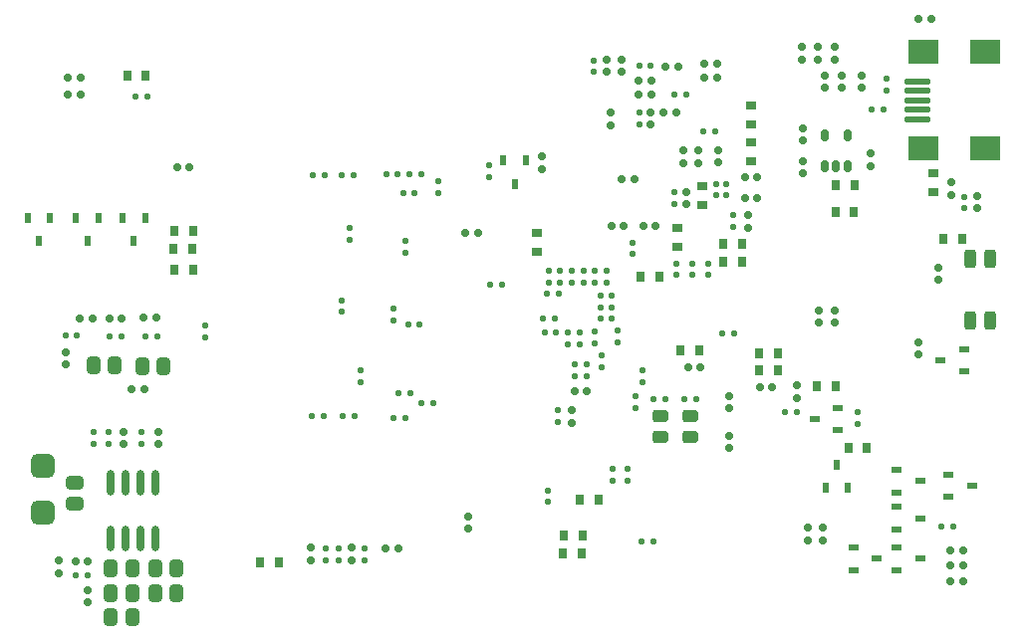
<source format=gbp>
G04 Layer_Color=128*
%FSLAX44Y44*%
%MOMM*%
G71*
G01*
G75*
%ADD11R,0.9000X0.7000*%
%ADD12R,0.7000X0.9000*%
G04:AMPARAMS|DCode=13|XSize=0.5mm|YSize=0.45mm|CornerRadius=0.1125mm|HoleSize=0mm|Usage=FLASHONLY|Rotation=270.000|XOffset=0mm|YOffset=0mm|HoleType=Round|Shape=RoundedRectangle|*
%AMROUNDEDRECTD13*
21,1,0.5000,0.2250,0,0,270.0*
21,1,0.2750,0.4500,0,0,270.0*
1,1,0.2250,-0.1125,-0.1375*
1,1,0.2250,-0.1125,0.1375*
1,1,0.2250,0.1125,0.1375*
1,1,0.2250,0.1125,-0.1375*
%
%ADD13ROUNDEDRECTD13*%
G04:AMPARAMS|DCode=14|XSize=0.6mm|YSize=0.65mm|CornerRadius=0.15mm|HoleSize=0mm|Usage=FLASHONLY|Rotation=180.000|XOffset=0mm|YOffset=0mm|HoleType=Round|Shape=RoundedRectangle|*
%AMROUNDEDRECTD14*
21,1,0.6000,0.3500,0,0,180.0*
21,1,0.3000,0.6500,0,0,180.0*
1,1,0.3000,-0.1500,0.1750*
1,1,0.3000,0.1500,0.1750*
1,1,0.3000,0.1500,-0.1750*
1,1,0.3000,-0.1500,-0.1750*
%
%ADD14ROUNDEDRECTD14*%
G04:AMPARAMS|DCode=15|XSize=0.6mm|YSize=0.65mm|CornerRadius=0.15mm|HoleSize=0mm|Usage=FLASHONLY|Rotation=90.000|XOffset=0mm|YOffset=0mm|HoleType=Round|Shape=RoundedRectangle|*
%AMROUNDEDRECTD15*
21,1,0.6000,0.3500,0,0,90.0*
21,1,0.3000,0.6500,0,0,90.0*
1,1,0.3000,0.1750,0.1500*
1,1,0.3000,0.1750,-0.1500*
1,1,0.3000,-0.1750,-0.1500*
1,1,0.3000,-0.1750,0.1500*
%
%ADD15ROUNDEDRECTD15*%
G04:AMPARAMS|DCode=35|XSize=1.05mm|YSize=0.6mm|CornerRadius=0.15mm|HoleSize=0mm|Usage=FLASHONLY|Rotation=90.000|XOffset=0mm|YOffset=0mm|HoleType=Round|Shape=RoundedRectangle|*
%AMROUNDEDRECTD35*
21,1,1.0500,0.3000,0,0,90.0*
21,1,0.7500,0.6000,0,0,90.0*
1,1,0.3000,0.1500,0.3750*
1,1,0.3000,0.1500,-0.3750*
1,1,0.3000,-0.1500,-0.3750*
1,1,0.3000,-0.1500,0.3750*
%
%ADD35ROUNDEDRECTD35*%
G04:AMPARAMS|DCode=36|XSize=0.5mm|YSize=0.45mm|CornerRadius=0.1125mm|HoleSize=0mm|Usage=FLASHONLY|Rotation=180.000|XOffset=0mm|YOffset=0mm|HoleType=Round|Shape=RoundedRectangle|*
%AMROUNDEDRECTD36*
21,1,0.5000,0.2250,0,0,180.0*
21,1,0.2750,0.4500,0,0,180.0*
1,1,0.2250,-0.1375,0.1125*
1,1,0.2250,0.1375,0.1125*
1,1,0.2250,0.1375,-0.1125*
1,1,0.2250,-0.1375,-0.1125*
%
%ADD36ROUNDEDRECTD36*%
G04:AMPARAMS|DCode=123|XSize=1.15mm|YSize=1.45mm|CornerRadius=0.2875mm|HoleSize=0mm|Usage=FLASHONLY|Rotation=270.000|XOffset=0mm|YOffset=0mm|HoleType=Round|Shape=RoundedRectangle|*
%AMROUNDEDRECTD123*
21,1,1.1500,0.8750,0,0,270.0*
21,1,0.5750,1.4500,0,0,270.0*
1,1,0.5750,-0.4375,-0.2875*
1,1,0.5750,-0.4375,0.2875*
1,1,0.5750,0.4375,0.2875*
1,1,0.5750,0.4375,-0.2875*
%
%ADD123ROUNDEDRECTD123*%
G04:AMPARAMS|DCode=124|XSize=1.3mm|YSize=1.05mm|CornerRadius=0.2625mm|HoleSize=0mm|Usage=FLASHONLY|Rotation=0.000|XOffset=0mm|YOffset=0mm|HoleType=Round|Shape=RoundedRectangle|*
%AMROUNDEDRECTD124*
21,1,1.3000,0.5250,0,0,0.0*
21,1,0.7750,1.0500,0,0,0.0*
1,1,0.5250,0.3875,-0.2625*
1,1,0.5250,-0.3875,-0.2625*
1,1,0.5250,-0.3875,0.2625*
1,1,0.5250,0.3875,0.2625*
%
%ADD124ROUNDEDRECTD124*%
%ADD125R,0.9000X0.6000*%
G04:AMPARAMS|DCode=126|XSize=1.15mm|YSize=1.45mm|CornerRadius=0.2875mm|HoleSize=0mm|Usage=FLASHONLY|Rotation=180.000|XOffset=0mm|YOffset=0mm|HoleType=Round|Shape=RoundedRectangle|*
%AMROUNDEDRECTD126*
21,1,1.1500,0.8750,0,0,180.0*
21,1,0.5750,1.4500,0,0,180.0*
1,1,0.5750,-0.2875,0.4375*
1,1,0.5750,0.2875,0.4375*
1,1,0.5750,0.2875,-0.4375*
1,1,0.5750,-0.2875,-0.4375*
%
%ADD126ROUNDEDRECTD126*%
G04:AMPARAMS|DCode=127|XSize=2mm|YSize=2mm|CornerRadius=0.5mm|HoleSize=0mm|Usage=FLASHONLY|Rotation=180.000|XOffset=0mm|YOffset=0mm|HoleType=Round|Shape=RoundedRectangle|*
%AMROUNDEDRECTD127*
21,1,2.0000,1.0000,0,0,180.0*
21,1,1.0000,2.0000,0,0,180.0*
1,1,1.0000,-0.5000,0.5000*
1,1,1.0000,0.5000,0.5000*
1,1,1.0000,0.5000,-0.5000*
1,1,1.0000,-0.5000,-0.5000*
%
%ADD127ROUNDEDRECTD127*%
%ADD128O,0.6000X2.2000*%
G04:AMPARAMS|DCode=129|XSize=2.25mm|YSize=0.5mm|CornerRadius=0.125mm|HoleSize=0mm|Usage=FLASHONLY|Rotation=180.000|XOffset=0mm|YOffset=0mm|HoleType=Round|Shape=RoundedRectangle|*
%AMROUNDEDRECTD129*
21,1,2.2500,0.2500,0,0,180.0*
21,1,2.0000,0.5000,0,0,180.0*
1,1,0.2500,-1.0000,0.1250*
1,1,0.2500,1.0000,0.1250*
1,1,0.2500,1.0000,-0.1250*
1,1,0.2500,-1.0000,-0.1250*
%
%ADD129ROUNDEDRECTD129*%
%ADD130R,2.5000X2.1000*%
%ADD131R,0.6000X0.9000*%
G04:AMPARAMS|DCode=132|XSize=1.55mm|YSize=1mm|CornerRadius=0.25mm|HoleSize=0mm|Usage=FLASHONLY|Rotation=90.000|XOffset=0mm|YOffset=0mm|HoleType=Round|Shape=RoundedRectangle|*
%AMROUNDEDRECTD132*
21,1,1.5500,0.5000,0,0,90.0*
21,1,1.0500,1.0000,0,0,90.0*
1,1,0.5000,0.2500,0.5250*
1,1,0.5000,0.2500,-0.5250*
1,1,0.5000,-0.2500,-0.5250*
1,1,0.5000,-0.2500,0.5250*
%
%ADD132ROUNDEDRECTD132*%
D11*
X635251Y432751D02*
D03*
Y448752D02*
D03*
X635249Y417249D02*
D03*
Y401248D02*
D03*
X593251Y363751D02*
D03*
Y379752D02*
D03*
X790251Y390752D02*
D03*
Y374751D02*
D03*
X453501Y323751D02*
D03*
Y339752D02*
D03*
X572251Y328001D02*
D03*
Y344002D02*
D03*
D12*
X707001Y380999D02*
D03*
X723002D02*
D03*
X706751Y357999D02*
D03*
X722752D02*
D03*
X475250Y67249D02*
D03*
X491251D02*
D03*
X489250Y113249D02*
D03*
X505251D02*
D03*
X733748Y157251D02*
D03*
X717747D02*
D03*
X707249Y210001D02*
D03*
X691248D02*
D03*
X476250Y82749D02*
D03*
X492251D02*
D03*
X611250Y330874D02*
D03*
X627251D02*
D03*
X145001Y308999D02*
D03*
X161002D02*
D03*
X144001Y326999D02*
D03*
X160002D02*
D03*
X591249Y240001D02*
D03*
X575248D02*
D03*
X145001Y341999D02*
D03*
X161002D02*
D03*
X217751Y59999D02*
D03*
X233752D02*
D03*
X814499Y335001D02*
D03*
X798498D02*
D03*
X104751Y473999D02*
D03*
X120752D02*
D03*
X641751Y237999D02*
D03*
X657752D02*
D03*
X641751Y222999D02*
D03*
X657752D02*
D03*
X611250Y315796D02*
D03*
X627251D02*
D03*
X541083Y303166D02*
D03*
X557084D02*
D03*
D13*
X297000Y389000D02*
D03*
X287000D02*
D03*
X263000D02*
D03*
X273000D02*
D03*
X664000Y188000D02*
D03*
X674000D02*
D03*
X570000Y457500D02*
D03*
X580000D02*
D03*
X540000Y482500D02*
D03*
X550000D02*
D03*
X495499Y228250D02*
D03*
X485499D02*
D03*
Y218250D02*
D03*
X495499D02*
D03*
X413250Y296000D02*
D03*
X423250D02*
D03*
X355000Y390000D02*
D03*
X345000D02*
D03*
X335000D02*
D03*
X325000D02*
D03*
X345499Y204250D02*
D03*
X335499D02*
D03*
X341000Y183000D02*
D03*
X331000D02*
D03*
X365000Y195000D02*
D03*
X355000D02*
D03*
X298000Y184000D02*
D03*
X288000D02*
D03*
X262000D02*
D03*
X272000D02*
D03*
X122000Y456000D02*
D03*
X112000D02*
D03*
X130250Y252000D02*
D03*
X120250D02*
D03*
X90000Y252500D02*
D03*
X100000D02*
D03*
X52250Y253000D02*
D03*
X62250D02*
D03*
X353499Y262250D02*
D03*
X343499D02*
D03*
X61000Y49000D02*
D03*
X71000D02*
D03*
X468250Y267000D02*
D03*
X458250D02*
D03*
X469499Y255250D02*
D03*
X459499D02*
D03*
X507000Y267000D02*
D03*
X517000D02*
D03*
X461996Y288250D02*
D03*
X471996D02*
D03*
X747499Y445250D02*
D03*
X737499D02*
D03*
X594499Y426250D02*
D03*
X604499D02*
D03*
X542000Y78000D02*
D03*
X552000D02*
D03*
X507000Y276750D02*
D03*
X517000D02*
D03*
X507000Y286500D02*
D03*
X517000D02*
D03*
X611000Y255000D02*
D03*
X621000D02*
D03*
X562500Y198750D02*
D03*
X552500D02*
D03*
X578500D02*
D03*
X588500D02*
D03*
X349250Y374000D02*
D03*
X339250D02*
D03*
X807000Y90000D02*
D03*
X797000D02*
D03*
D14*
X157749Y396250D02*
D03*
X147249D02*
D03*
X108751Y207252D02*
D03*
X119251D02*
D03*
X788250Y522000D02*
D03*
X777750D02*
D03*
X804750Y44000D02*
D03*
X815250D02*
D03*
Y70000D02*
D03*
X804750D02*
D03*
X815250Y57000D02*
D03*
X804750D02*
D03*
X606250Y484000D02*
D03*
X595750D02*
D03*
X606250Y472000D02*
D03*
X595750D02*
D03*
X640250Y388000D02*
D03*
X629750D02*
D03*
X554000Y346250D02*
D03*
X543500D02*
D03*
X516249D02*
D03*
X526749D02*
D03*
X560751Y442252D02*
D03*
X571251D02*
D03*
X562751Y481252D02*
D03*
X573251D02*
D03*
X525250Y385997D02*
D03*
X535750D02*
D03*
X539750Y457500D02*
D03*
X550250D02*
D03*
X539750Y470000D02*
D03*
X550250D02*
D03*
X495749Y205250D02*
D03*
X485249D02*
D03*
X402750Y340000D02*
D03*
X392250D02*
D03*
X54750Y472500D02*
D03*
X65250D02*
D03*
X54750Y457500D02*
D03*
X65250D02*
D03*
X129500Y268000D02*
D03*
X119000D02*
D03*
X100250Y267500D02*
D03*
X89750D02*
D03*
X75250D02*
D03*
X64750D02*
D03*
X335250Y72000D02*
D03*
X324750D02*
D03*
X60750Y61000D02*
D03*
X71250D02*
D03*
X630000Y370000D02*
D03*
X640500D02*
D03*
X581750Y226000D02*
D03*
X592250D02*
D03*
X642750Y209000D02*
D03*
X653250D02*
D03*
D15*
X53001Y228002D02*
D03*
Y238502D02*
D03*
X47000Y50750D02*
D03*
Y61250D02*
D03*
X712000Y474250D02*
D03*
Y463750D02*
D03*
X698000Y474250D02*
D03*
Y463750D02*
D03*
X678000Y498250D02*
D03*
Y487750D02*
D03*
X692000Y498250D02*
D03*
Y487750D02*
D03*
X706000Y498250D02*
D03*
Y487750D02*
D03*
X679250Y418750D02*
D03*
Y429250D02*
D03*
Y401250D02*
D03*
Y390750D02*
D03*
X737001Y397002D02*
D03*
Y407502D02*
D03*
X827499Y361000D02*
D03*
Y371500D02*
D03*
X777000Y236750D02*
D03*
Y247250D02*
D03*
X674000Y199750D02*
D03*
Y210250D02*
D03*
X706000Y263750D02*
D03*
Y274250D02*
D03*
X693000Y263750D02*
D03*
Y274250D02*
D03*
X580250Y375250D02*
D03*
Y364750D02*
D03*
X577500Y410250D02*
D03*
Y399750D02*
D03*
X590000D02*
D03*
Y410250D02*
D03*
X607499Y400000D02*
D03*
Y410500D02*
D03*
X550000Y432250D02*
D03*
Y442750D02*
D03*
X525000Y477250D02*
D03*
Y487750D02*
D03*
X512500Y477250D02*
D03*
Y487750D02*
D03*
X457250Y394750D02*
D03*
Y405250D02*
D03*
X482499Y189250D02*
D03*
Y178750D02*
D03*
X131000Y160750D02*
D03*
Y171250D02*
D03*
X729000Y474250D02*
D03*
Y463750D02*
D03*
X794499Y310750D02*
D03*
Y300250D02*
D03*
X616499Y201500D02*
D03*
Y191000D02*
D03*
Y167500D02*
D03*
Y157000D02*
D03*
X296000Y61750D02*
D03*
Y72250D02*
D03*
X395000Y99250D02*
D03*
Y88750D02*
D03*
X261000Y61750D02*
D03*
Y72250D02*
D03*
X102000Y160750D02*
D03*
Y171250D02*
D03*
X71000Y36250D02*
D03*
Y25750D02*
D03*
X632500Y344750D02*
D03*
Y355250D02*
D03*
X515749Y442500D02*
D03*
Y432000D02*
D03*
X805250Y372750D02*
D03*
Y383250D02*
D03*
X696000Y89250D02*
D03*
Y78750D02*
D03*
X683000Y89250D02*
D03*
Y78750D02*
D03*
D35*
X698000Y396500D02*
D03*
X707500D02*
D03*
X698000Y423500D02*
D03*
X717000Y396500D02*
D03*
Y423500D02*
D03*
D36*
X750000Y461000D02*
D03*
Y471000D02*
D03*
X537000Y201000D02*
D03*
Y191000D02*
D03*
X570250Y365000D02*
D03*
Y375000D02*
D03*
X614250Y372000D02*
D03*
Y382000D02*
D03*
X605250Y372000D02*
D03*
Y382000D02*
D03*
X540000Y432500D02*
D03*
Y442500D02*
D03*
X501000Y487000D02*
D03*
Y477000D02*
D03*
X470499Y179250D02*
D03*
Y189250D02*
D03*
X117000Y171000D02*
D03*
Y161000D02*
D03*
X369000Y384000D02*
D03*
Y374000D02*
D03*
X294000Y344000D02*
D03*
Y334000D02*
D03*
X303000Y223000D02*
D03*
Y213000D02*
D03*
X307000Y72000D02*
D03*
Y62000D02*
D03*
X274000Y72000D02*
D03*
Y62000D02*
D03*
X285000Y72000D02*
D03*
Y62000D02*
D03*
X341000Y323000D02*
D03*
Y333000D02*
D03*
X726000Y178000D02*
D03*
Y188000D02*
D03*
X412250Y388000D02*
D03*
Y398000D02*
D03*
X89000Y171000D02*
D03*
Y161000D02*
D03*
X76000Y171000D02*
D03*
Y161000D02*
D03*
X517499Y129250D02*
D03*
Y139250D02*
D03*
X620000Y345000D02*
D03*
Y355000D02*
D03*
X585499Y304250D02*
D03*
Y314250D02*
D03*
X287000Y273000D02*
D03*
Y283000D02*
D03*
X489250Y255750D02*
D03*
Y245750D02*
D03*
X479500Y255750D02*
D03*
Y245750D02*
D03*
X571499Y314250D02*
D03*
Y304250D02*
D03*
X598499Y314250D02*
D03*
Y304250D02*
D03*
X502250Y297750D02*
D03*
Y307750D02*
D03*
X502499Y256250D02*
D03*
Y246250D02*
D03*
X473000Y297750D02*
D03*
Y307750D02*
D03*
X482750Y297750D02*
D03*
Y307750D02*
D03*
X463250D02*
D03*
Y297750D02*
D03*
X492500D02*
D03*
Y307750D02*
D03*
X534000Y322000D02*
D03*
Y332000D02*
D03*
X512000Y307750D02*
D03*
Y297750D02*
D03*
X171499Y261250D02*
D03*
Y251250D02*
D03*
X508499Y226250D02*
D03*
Y236250D02*
D03*
X530499Y139250D02*
D03*
Y129250D02*
D03*
X522000Y257000D02*
D03*
Y247000D02*
D03*
X543000Y213000D02*
D03*
Y223000D02*
D03*
X462499Y111250D02*
D03*
Y121250D02*
D03*
X816250Y371000D02*
D03*
Y361000D02*
D03*
X331250Y276000D02*
D03*
Y266000D02*
D03*
D123*
X60000Y128000D02*
D03*
Y110000D02*
D03*
D124*
X583500Y166250D02*
D03*
X558500D02*
D03*
X583500Y184750D02*
D03*
X558500D02*
D03*
D125*
X709000Y191500D02*
D03*
Y172500D02*
D03*
X689000Y182000D02*
D03*
X823000Y125000D02*
D03*
X803000Y134500D02*
D03*
Y115500D02*
D03*
X779000Y129000D02*
D03*
X759000Y138500D02*
D03*
Y119500D02*
D03*
X779000Y63000D02*
D03*
X759000Y72500D02*
D03*
Y53500D02*
D03*
X779000Y97500D02*
D03*
X759000Y107000D02*
D03*
Y88000D02*
D03*
X742000Y63000D02*
D03*
X722000Y72500D02*
D03*
Y53500D02*
D03*
X796000Y232000D02*
D03*
X816000Y222500D02*
D03*
Y241500D02*
D03*
D126*
X91000Y55000D02*
D03*
X109000D02*
D03*
X129000D02*
D03*
X147000D02*
D03*
X129000Y34000D02*
D03*
X147000D02*
D03*
X109000Y13000D02*
D03*
X91000D02*
D03*
X109000Y34000D02*
D03*
X91000D02*
D03*
X94000Y227500D02*
D03*
X76000D02*
D03*
X118000Y227000D02*
D03*
X136000D02*
D03*
D127*
X33000Y102000D02*
D03*
Y142000D02*
D03*
D128*
X90950Y128000D02*
D03*
X103650D02*
D03*
X116350D02*
D03*
X129050D02*
D03*
X90950Y80000D02*
D03*
X103650D02*
D03*
X116350D02*
D03*
X129050D02*
D03*
D129*
X776940Y453000D02*
D03*
Y461001D02*
D03*
Y437001D02*
D03*
Y444999D02*
D03*
Y468999D02*
D03*
D130*
X834000Y494000D02*
D03*
X782000D02*
D03*
X834000Y412000D02*
D03*
X782000D02*
D03*
D131*
X20500Y353000D02*
D03*
X39500D02*
D03*
X30000Y333000D02*
D03*
X101000Y353000D02*
D03*
X120000D02*
D03*
X110500Y333000D02*
D03*
X61500Y353000D02*
D03*
X80500D02*
D03*
X71000Y333000D02*
D03*
X717500Y123000D02*
D03*
X698500D02*
D03*
X708000Y143000D02*
D03*
X424750Y402000D02*
D03*
X443750D02*
D03*
X434250Y382000D02*
D03*
D132*
X837999Y318500D02*
D03*
Y266000D02*
D03*
X820999Y318500D02*
D03*
Y266000D02*
D03*
M02*

</source>
